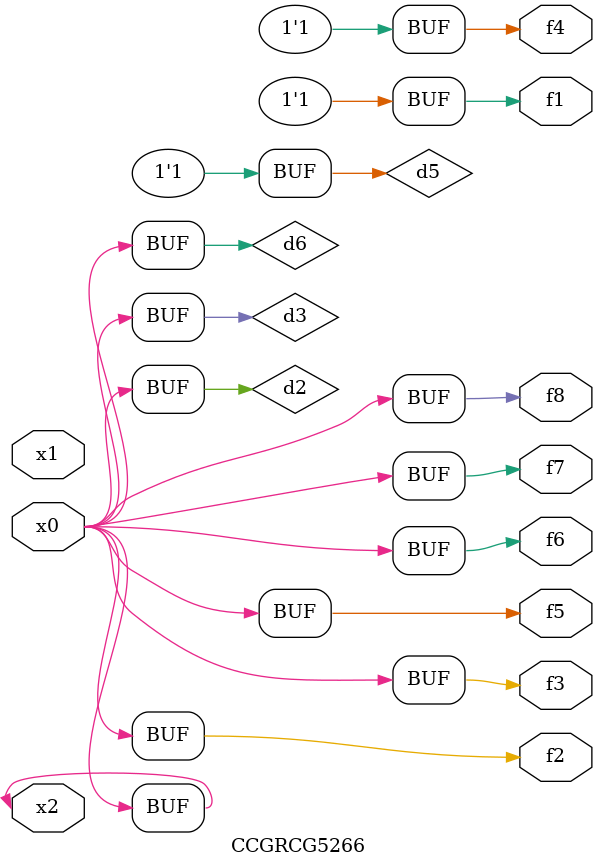
<source format=v>
module CCGRCG5266(
	input x0, x1, x2,
	output f1, f2, f3, f4, f5, f6, f7, f8
);

	wire d1, d2, d3, d4, d5, d6;

	xnor (d1, x2);
	buf (d2, x0, x2);
	and (d3, x0);
	xnor (d4, x1, x2);
	nand (d5, d1, d3);
	buf (d6, d2, d3);
	assign f1 = d5;
	assign f2 = d6;
	assign f3 = d6;
	assign f4 = d5;
	assign f5 = d6;
	assign f6 = d6;
	assign f7 = d6;
	assign f8 = d6;
endmodule

</source>
